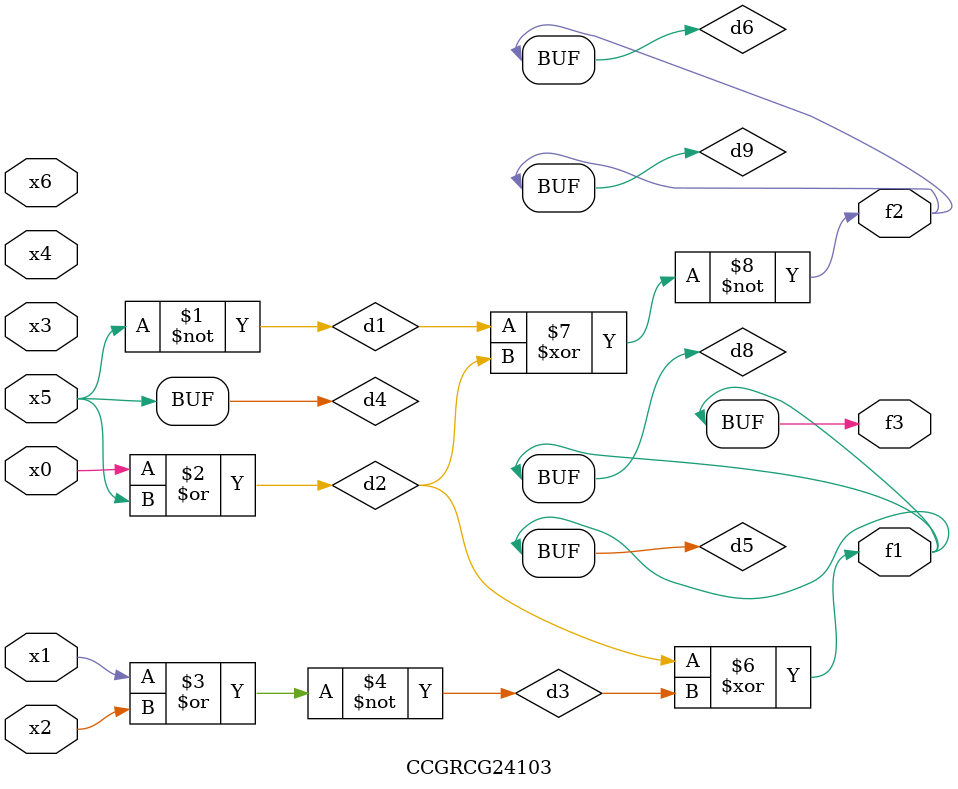
<source format=v>
module CCGRCG24103(
	input x0, x1, x2, x3, x4, x5, x6,
	output f1, f2, f3
);

	wire d1, d2, d3, d4, d5, d6, d7, d8, d9;

	nand (d1, x5);
	or (d2, x0, x5);
	nor (d3, x1, x2);
	xnor (d4, d1);
	xor (d5, d2, d3);
	xnor (d6, d1, d2);
	not (d7, x4);
	buf (d8, d5);
	xor (d9, d6);
	assign f1 = d8;
	assign f2 = d9;
	assign f3 = d8;
endmodule

</source>
